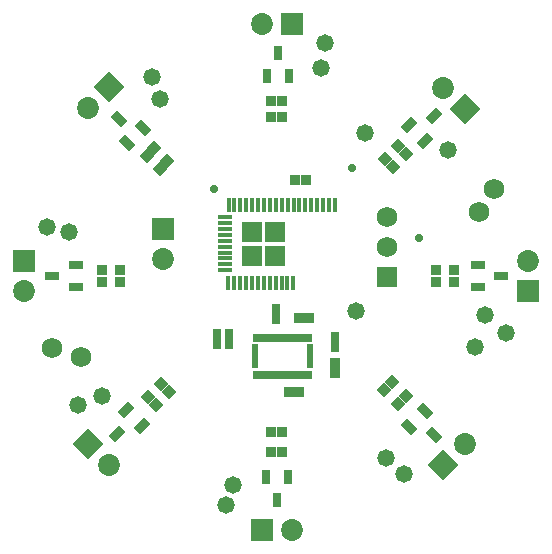
<source format=gts>
G04 Layer_Color=20142*
%FSLAX25Y25*%
%MOIN*%
G70*
G01*
G75*
%ADD46R,0.03162X0.03359*%
%ADD47R,0.03477X0.03320*%
%ADD48R,0.02473X0.01981*%
%ADD49R,0.01981X0.02867*%
%ADD50R,0.03320X0.03477*%
%ADD51R,0.06706X0.06706*%
%ADD52R,0.04737X0.01784*%
%ADD53R,0.01784X0.04737*%
%ADD54R,0.03753X0.03556*%
%ADD55R,0.03162X0.04737*%
G04:AMPARAMS|DCode=56|XSize=31.62mil|YSize=47.37mil|CornerRadius=0mil|HoleSize=0mil|Usage=FLASHONLY|Rotation=135.000|XOffset=0mil|YOffset=0mil|HoleType=Round|Shape=Rectangle|*
%AMROTATEDRECTD56*
4,1,4,0.02793,0.00557,-0.00557,-0.02793,-0.02793,-0.00557,0.00557,0.02793,0.02793,0.00557,0.0*
%
%ADD56ROTATEDRECTD56*%

G04:AMPARAMS|DCode=57|XSize=35.56mil|YSize=37.53mil|CornerRadius=0mil|HoleSize=0mil|Usage=FLASHONLY|Rotation=225.000|XOffset=0mil|YOffset=0mil|HoleType=Round|Shape=Rectangle|*
%AMROTATEDRECTD57*
4,1,4,-0.00070,0.02584,0.02584,-0.00070,0.00070,-0.02584,-0.02584,0.00070,-0.00070,0.02584,0.0*
%
%ADD57ROTATEDRECTD57*%

%ADD58R,0.04737X0.03162*%
%ADD59R,0.03556X0.03753*%
G04:AMPARAMS|DCode=60|XSize=31.62mil|YSize=47.37mil|CornerRadius=0mil|HoleSize=0mil|Usage=FLASHONLY|Rotation=45.000|XOffset=0mil|YOffset=0mil|HoleType=Round|Shape=Rectangle|*
%AMROTATEDRECTD60*
4,1,4,0.00557,-0.02793,-0.02793,0.00557,-0.00557,0.02793,0.02793,-0.00557,0.00557,-0.02793,0.0*
%
%ADD60ROTATEDRECTD60*%

G04:AMPARAMS|DCode=61|XSize=35.56mil|YSize=37.53mil|CornerRadius=0mil|HoleSize=0mil|Usage=FLASHONLY|Rotation=135.000|XOffset=0mil|YOffset=0mil|HoleType=Round|Shape=Rectangle|*
%AMROTATEDRECTD61*
4,1,4,0.02584,0.00070,-0.00070,-0.02584,-0.02584,-0.00070,0.00070,0.02584,0.02584,0.00070,0.0*
%
%ADD61ROTATEDRECTD61*%

%ADD62C,0.06902*%
%ADD63R,0.06902X0.06902*%
%ADD64R,0.07300X0.07300*%
%ADD65C,0.07300*%
%ADD66R,0.07300X0.07300*%
%ADD67C,0.06800*%
%ADD68P,0.10324X4X180.0*%
%ADD69P,0.10324X4X90.0*%
%ADD70C,0.05800*%
%ADD71C,0.02800*%
D46*
X294882Y300689D02*
D03*
Y304035D02*
D03*
X275394Y292224D02*
D03*
Y295571D02*
D03*
X279429Y292224D02*
D03*
Y295571D02*
D03*
X314567Y294587D02*
D03*
Y291240D02*
D03*
D47*
X302598Y300787D02*
D03*
X306063D02*
D03*
X302716Y276279D02*
D03*
X299252D02*
D03*
X304882Y346850D02*
D03*
X301417D02*
D03*
D48*
X288140Y285236D02*
D03*
Y287205D02*
D03*
Y289173D02*
D03*
Y291142D02*
D03*
X306348Y285236D02*
D03*
Y287205D02*
D03*
Y289173D02*
D03*
Y291142D02*
D03*
D49*
X306102Y294340D02*
D03*
X304134D02*
D03*
X302165D02*
D03*
X300197D02*
D03*
X298228D02*
D03*
X296260D02*
D03*
X294291D02*
D03*
X292323D02*
D03*
X290354D02*
D03*
X288386D02*
D03*
Y282037D02*
D03*
X290354D02*
D03*
X292323D02*
D03*
X294291D02*
D03*
X296260D02*
D03*
X298228D02*
D03*
X300197D02*
D03*
X302165D02*
D03*
X304134D02*
D03*
X306102D02*
D03*
D50*
X314567Y285984D02*
D03*
Y282520D02*
D03*
D51*
X294724Y329626D02*
D03*
X286850D02*
D03*
Y321752D02*
D03*
X294724D02*
D03*
D52*
X278031Y334567D02*
D03*
Y332579D02*
D03*
Y330610D02*
D03*
Y328642D02*
D03*
Y326673D02*
D03*
Y316831D02*
D03*
Y318799D02*
D03*
Y320768D02*
D03*
Y322736D02*
D03*
Y324705D02*
D03*
D53*
X279173Y338681D02*
D03*
X281142D02*
D03*
X283110D02*
D03*
X285079D02*
D03*
X287047D02*
D03*
X289016D02*
D03*
X290984D02*
D03*
X292953D02*
D03*
X294921D02*
D03*
X314606D02*
D03*
X312638D02*
D03*
X310669D02*
D03*
X308701D02*
D03*
X306732D02*
D03*
X304764D02*
D03*
X302795D02*
D03*
X300827D02*
D03*
X298858D02*
D03*
X296890D02*
D03*
X296850Y312697D02*
D03*
X298819D02*
D03*
X300787D02*
D03*
X294882D02*
D03*
X292913D02*
D03*
X290945D02*
D03*
X288976D02*
D03*
X287008D02*
D03*
X285039D02*
D03*
X283071D02*
D03*
X281102D02*
D03*
X279134Y312642D02*
D03*
D54*
X293307Y367913D02*
D03*
X297047D02*
D03*
X293307Y373228D02*
D03*
X297047D02*
D03*
X297146Y256299D02*
D03*
X293406D02*
D03*
X297146Y262992D02*
D03*
X293406D02*
D03*
D55*
X295669Y389370D02*
D03*
X299409Y381496D02*
D03*
X291929D02*
D03*
X295276Y240158D02*
D03*
X291535Y248031D02*
D03*
X299016D02*
D03*
D56*
X347666Y368138D02*
D03*
X344743Y359926D02*
D03*
X339453Y365215D02*
D03*
X242098Y262177D02*
D03*
X245021Y270389D02*
D03*
X250310Y265100D02*
D03*
D57*
X335685Y358409D02*
D03*
X338330Y355764D02*
D03*
X331355Y354078D02*
D03*
X333999Y351434D02*
D03*
X254866Y271906D02*
D03*
X252221Y274551D02*
D03*
X259196Y276237D02*
D03*
X256552Y278881D02*
D03*
D58*
X370079Y314961D02*
D03*
X362205Y311221D02*
D03*
Y318701D02*
D03*
X220472Y314961D02*
D03*
X228346Y318701D02*
D03*
Y311221D02*
D03*
D59*
X348425Y316831D02*
D03*
Y313090D02*
D03*
X354331Y316831D02*
D03*
Y313090D02*
D03*
X242913D02*
D03*
Y316831D02*
D03*
X237008Y313090D02*
D03*
Y316831D02*
D03*
D60*
X347666Y261783D02*
D03*
X339453Y264706D02*
D03*
X344743Y269995D02*
D03*
X242492Y367351D02*
D03*
X250704Y364428D02*
D03*
X245415Y359138D02*
D03*
D61*
X333606Y279669D02*
D03*
X330961Y277024D02*
D03*
X338330Y274944D02*
D03*
X335685Y272300D02*
D03*
X256158Y350646D02*
D03*
X258803Y353291D02*
D03*
X251827Y354977D02*
D03*
X254472Y357622D02*
D03*
D62*
X331890Y334567D02*
D03*
Y324567D02*
D03*
D63*
Y314567D02*
D03*
D64*
X257480Y330591D02*
D03*
X379134Y309961D02*
D03*
X211024Y319961D02*
D03*
D65*
X257480Y320590D02*
D03*
X290276Y398819D02*
D03*
X350795Y377551D02*
D03*
X379134Y319961D02*
D03*
X357866Y259047D02*
D03*
X300276Y230315D02*
D03*
X239362Y251976D02*
D03*
X211024Y309961D02*
D03*
X232291Y370874D02*
D03*
D66*
X300276Y398819D02*
D03*
X290276Y230315D02*
D03*
D67*
X367717Y344094D02*
D03*
X362598Y336221D02*
D03*
X229921Y287795D02*
D03*
X220472Y290945D02*
D03*
D68*
X357866Y370480D02*
D03*
X232291Y259047D02*
D03*
D69*
X350795Y251976D02*
D03*
X239362Y377945D02*
D03*
D70*
X364567Y301969D02*
D03*
X371654Y296063D02*
D03*
X361417Y291339D02*
D03*
X337795Y248819D02*
D03*
X331496Y254331D02*
D03*
X280709Y245276D02*
D03*
X278346Y238583D02*
D03*
X237008Y274803D02*
D03*
X229134Y272047D02*
D03*
X225984Y329528D02*
D03*
X218504Y331102D02*
D03*
X256299Y374016D02*
D03*
X253543Y381102D02*
D03*
X311417Y392520D02*
D03*
X352362Y357087D02*
D03*
X309842Y384252D02*
D03*
X321654Y303150D02*
D03*
X324803Y362598D02*
D03*
D71*
X274213Y343898D02*
D03*
X342520Y327559D02*
D03*
X320276Y350984D02*
D03*
M02*

</source>
